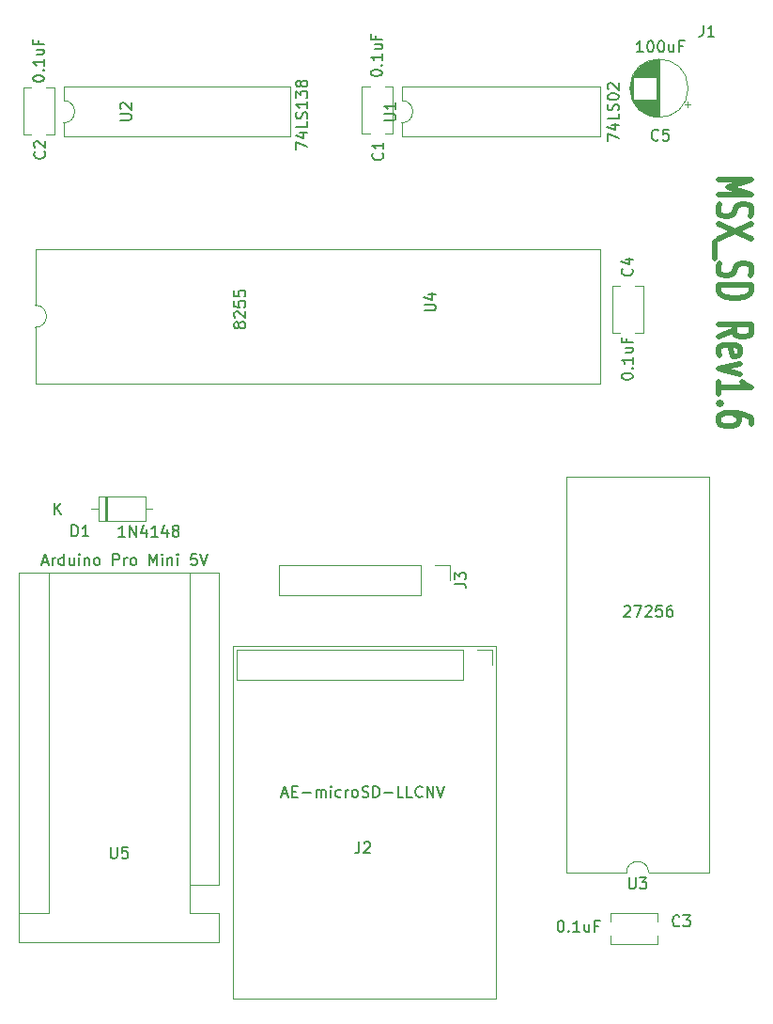
<source format=gto>
G04 #@! TF.GenerationSoftware,KiCad,Pcbnew,(5.1.9)-1*
G04 #@! TF.CreationDate,2023-05-17T23:02:02+09:00*
G04 #@! TF.ProjectId,MSX_SD,4d53585f-5344-42e6-9b69-6361645f7063,rev?*
G04 #@! TF.SameCoordinates,PX53920b0PY93c3260*
G04 #@! TF.FileFunction,Legend,Top*
G04 #@! TF.FilePolarity,Positive*
%FSLAX46Y46*%
G04 Gerber Fmt 4.6, Leading zero omitted, Abs format (unit mm)*
G04 Created by KiCad (PCBNEW (5.1.9)-1) date 2023-05-17 23:02:02*
%MOMM*%
%LPD*%
G01*
G04 APERTURE LIST*
%ADD10C,0.150000*%
%ADD11C,0.500000*%
%ADD12C,0.120000*%
G04 APERTURE END LIST*
D10*
X18050142Y42003720D02*
X17478714Y42003720D01*
X17764428Y42003720D02*
X17764428Y43003720D01*
X17669190Y42860862D01*
X17573952Y42765624D01*
X17478714Y42718005D01*
X18478714Y42003720D02*
X18478714Y43003720D01*
X19050142Y42003720D01*
X19050142Y43003720D01*
X19954904Y42670386D02*
X19954904Y42003720D01*
X19716809Y43051339D02*
X19478714Y42337053D01*
X20097761Y42337053D01*
X21002523Y42003720D02*
X20431095Y42003720D01*
X20716809Y42003720D02*
X20716809Y43003720D01*
X20621571Y42860862D01*
X20526333Y42765624D01*
X20431095Y42718005D01*
X21859666Y42670386D02*
X21859666Y42003720D01*
X21621571Y43051339D02*
X21383476Y42337053D01*
X22002523Y42337053D01*
X22526333Y42575148D02*
X22431095Y42622767D01*
X22383476Y42670386D01*
X22335857Y42765624D01*
X22335857Y42813243D01*
X22383476Y42908481D01*
X22431095Y42956100D01*
X22526333Y43003720D01*
X22716809Y43003720D01*
X22812047Y42956100D01*
X22859666Y42908481D01*
X22907285Y42813243D01*
X22907285Y42765624D01*
X22859666Y42670386D01*
X22812047Y42622767D01*
X22716809Y42575148D01*
X22526333Y42575148D01*
X22431095Y42527529D01*
X22383476Y42479910D01*
X22335857Y42384672D01*
X22335857Y42194196D01*
X22383476Y42098958D01*
X22431095Y42051339D01*
X22526333Y42003720D01*
X22716809Y42003720D01*
X22812047Y42051339D01*
X22859666Y42098958D01*
X22907285Y42194196D01*
X22907285Y42384672D01*
X22859666Y42479910D01*
X22812047Y42527529D01*
X22716809Y42575148D01*
X61555380Y77621143D02*
X61555380Y78287810D01*
X62555380Y77859239D01*
X61888714Y79097334D02*
X62555380Y79097334D01*
X61507761Y78859239D02*
X62222047Y78621143D01*
X62222047Y79240191D01*
X62555380Y80097334D02*
X62555380Y79621143D01*
X61555380Y79621143D01*
X62507761Y80383048D02*
X62555380Y80525905D01*
X62555380Y80764000D01*
X62507761Y80859239D01*
X62460142Y80906858D01*
X62364904Y80954477D01*
X62269666Y80954477D01*
X62174428Y80906858D01*
X62126809Y80859239D01*
X62079190Y80764000D01*
X62031571Y80573524D01*
X61983952Y80478286D01*
X61936333Y80430667D01*
X61841095Y80383048D01*
X61745857Y80383048D01*
X61650619Y80430667D01*
X61603000Y80478286D01*
X61555380Y80573524D01*
X61555380Y80811620D01*
X61603000Y80954477D01*
X61555380Y81573524D02*
X61555380Y81668762D01*
X61603000Y81764000D01*
X61650619Y81811620D01*
X61745857Y81859239D01*
X61936333Y81906858D01*
X62174428Y81906858D01*
X62364904Y81859239D01*
X62460142Y81811620D01*
X62507761Y81764000D01*
X62555380Y81668762D01*
X62555380Y81573524D01*
X62507761Y81478286D01*
X62460142Y81430667D01*
X62364904Y81383048D01*
X62174428Y81335429D01*
X61936333Y81335429D01*
X61745857Y81383048D01*
X61650619Y81430667D01*
X61603000Y81478286D01*
X61555380Y81573524D01*
X61650619Y82287810D02*
X61603000Y82335429D01*
X61555380Y82430667D01*
X61555380Y82668762D01*
X61603000Y82764000D01*
X61650619Y82811620D01*
X61745857Y82859239D01*
X61841095Y82859239D01*
X61983952Y82811620D01*
X62555380Y82240191D01*
X62555380Y82859239D01*
X9765380Y83222143D02*
X9765380Y83317381D01*
X9813000Y83412620D01*
X9860619Y83460239D01*
X9955857Y83507858D01*
X10146333Y83555477D01*
X10384428Y83555477D01*
X10574904Y83507858D01*
X10670142Y83460239D01*
X10717761Y83412620D01*
X10765380Y83317381D01*
X10765380Y83222143D01*
X10717761Y83126905D01*
X10670142Y83079286D01*
X10574904Y83031667D01*
X10384428Y82984048D01*
X10146333Y82984048D01*
X9955857Y83031667D01*
X9860619Y83079286D01*
X9813000Y83126905D01*
X9765380Y83222143D01*
X10670142Y83984048D02*
X10717761Y84031667D01*
X10765380Y83984048D01*
X10717761Y83936429D01*
X10670142Y83984048D01*
X10765380Y83984048D01*
X10765380Y84984048D02*
X10765380Y84412620D01*
X10765380Y84698334D02*
X9765380Y84698334D01*
X9908238Y84603096D01*
X10003476Y84507858D01*
X10051095Y84412620D01*
X10098714Y85841191D02*
X10765380Y85841191D01*
X10098714Y85412620D02*
X10622523Y85412620D01*
X10717761Y85460239D01*
X10765380Y85555477D01*
X10765380Y85698334D01*
X10717761Y85793572D01*
X10670142Y85841191D01*
X10241571Y86650715D02*
X10241571Y86317381D01*
X10765380Y86317381D02*
X9765380Y86317381D01*
X9765380Y86793572D01*
X33488380Y76890953D02*
X33488380Y77557620D01*
X34488380Y77129048D01*
X33821714Y78367143D02*
X34488380Y78367143D01*
X33440761Y78129048D02*
X34155047Y77890953D01*
X34155047Y78510000D01*
X34488380Y79367143D02*
X34488380Y78890953D01*
X33488380Y78890953D01*
X34440761Y79652858D02*
X34488380Y79795715D01*
X34488380Y80033810D01*
X34440761Y80129048D01*
X34393142Y80176667D01*
X34297904Y80224286D01*
X34202666Y80224286D01*
X34107428Y80176667D01*
X34059809Y80129048D01*
X34012190Y80033810D01*
X33964571Y79843334D01*
X33916952Y79748096D01*
X33869333Y79700477D01*
X33774095Y79652858D01*
X33678857Y79652858D01*
X33583619Y79700477D01*
X33536000Y79748096D01*
X33488380Y79843334D01*
X33488380Y80081429D01*
X33536000Y80224286D01*
X34488380Y81176667D02*
X34488380Y80605239D01*
X34488380Y80890953D02*
X33488380Y80890953D01*
X33631238Y80795715D01*
X33726476Y80700477D01*
X33774095Y80605239D01*
X33488380Y81510000D02*
X33488380Y82129048D01*
X33869333Y81795715D01*
X33869333Y81938572D01*
X33916952Y82033810D01*
X33964571Y82081429D01*
X34059809Y82129048D01*
X34297904Y82129048D01*
X34393142Y82081429D01*
X34440761Y82033810D01*
X34488380Y81938572D01*
X34488380Y81652858D01*
X34440761Y81557620D01*
X34393142Y81510000D01*
X33916952Y82700477D02*
X33869333Y82605239D01*
X33821714Y82557620D01*
X33726476Y82510000D01*
X33678857Y82510000D01*
X33583619Y82557620D01*
X33536000Y82605239D01*
X33488380Y82700477D01*
X33488380Y82890953D01*
X33536000Y82986191D01*
X33583619Y83033810D01*
X33678857Y83081429D01*
X33726476Y83081429D01*
X33821714Y83033810D01*
X33869333Y82986191D01*
X33916952Y82890953D01*
X33916952Y82700477D01*
X33964571Y82605239D01*
X34012190Y82557620D01*
X34107428Y82510000D01*
X34297904Y82510000D01*
X34393142Y82557620D01*
X34440761Y82605239D01*
X34488380Y82700477D01*
X34488380Y82890953D01*
X34440761Y82986191D01*
X34393142Y83033810D01*
X34297904Y83081429D01*
X34107428Y83081429D01*
X34012190Y83033810D01*
X33964571Y82986191D01*
X33916952Y82890953D01*
X40219380Y83701143D02*
X40219380Y83796381D01*
X40267000Y83891620D01*
X40314619Y83939239D01*
X40409857Y83986858D01*
X40600333Y84034477D01*
X40838428Y84034477D01*
X41028904Y83986858D01*
X41124142Y83939239D01*
X41171761Y83891620D01*
X41219380Y83796381D01*
X41219380Y83701143D01*
X41171761Y83605905D01*
X41124142Y83558286D01*
X41028904Y83510667D01*
X40838428Y83463048D01*
X40600333Y83463048D01*
X40409857Y83510667D01*
X40314619Y83558286D01*
X40267000Y83605905D01*
X40219380Y83701143D01*
X41124142Y84463048D02*
X41171761Y84510667D01*
X41219380Y84463048D01*
X41171761Y84415429D01*
X41124142Y84463048D01*
X41219380Y84463048D01*
X41219380Y85463048D02*
X41219380Y84891620D01*
X41219380Y85177334D02*
X40219380Y85177334D01*
X40362238Y85082096D01*
X40457476Y84986858D01*
X40505095Y84891620D01*
X40552714Y86320191D02*
X41219380Y86320191D01*
X40552714Y85891620D02*
X41076523Y85891620D01*
X41171761Y85939239D01*
X41219380Y86034477D01*
X41219380Y86177334D01*
X41171761Y86272572D01*
X41124142Y86320191D01*
X40695571Y87129715D02*
X40695571Y86796381D01*
X41219380Y86796381D02*
X40219380Y86796381D01*
X40219380Y87272572D01*
X28328952Y60961191D02*
X28281333Y60865953D01*
X28233714Y60818334D01*
X28138476Y60770715D01*
X28090857Y60770715D01*
X27995619Y60818334D01*
X27948000Y60865953D01*
X27900380Y60961191D01*
X27900380Y61151667D01*
X27948000Y61246905D01*
X27995619Y61294524D01*
X28090857Y61342143D01*
X28138476Y61342143D01*
X28233714Y61294524D01*
X28281333Y61246905D01*
X28328952Y61151667D01*
X28328952Y60961191D01*
X28376571Y60865953D01*
X28424190Y60818334D01*
X28519428Y60770715D01*
X28709904Y60770715D01*
X28805142Y60818334D01*
X28852761Y60865953D01*
X28900380Y60961191D01*
X28900380Y61151667D01*
X28852761Y61246905D01*
X28805142Y61294524D01*
X28709904Y61342143D01*
X28519428Y61342143D01*
X28424190Y61294524D01*
X28376571Y61246905D01*
X28328952Y61151667D01*
X27995619Y61723096D02*
X27948000Y61770715D01*
X27900380Y61865953D01*
X27900380Y62104048D01*
X27948000Y62199286D01*
X27995619Y62246905D01*
X28090857Y62294524D01*
X28186095Y62294524D01*
X28328952Y62246905D01*
X28900380Y61675477D01*
X28900380Y62294524D01*
X27900380Y63199286D02*
X27900380Y62723096D01*
X28376571Y62675477D01*
X28328952Y62723096D01*
X28281333Y62818334D01*
X28281333Y63056429D01*
X28328952Y63151667D01*
X28376571Y63199286D01*
X28471809Y63246905D01*
X28709904Y63246905D01*
X28805142Y63199286D01*
X28852761Y63151667D01*
X28900380Y63056429D01*
X28900380Y62818334D01*
X28852761Y62723096D01*
X28805142Y62675477D01*
X27900380Y64151667D02*
X27900380Y63675477D01*
X28376571Y63627858D01*
X28328952Y63675477D01*
X28281333Y63770715D01*
X28281333Y64008810D01*
X28328952Y64104048D01*
X28376571Y64151667D01*
X28471809Y64199286D01*
X28709904Y64199286D01*
X28805142Y64151667D01*
X28852761Y64104048D01*
X28900380Y64008810D01*
X28900380Y63770715D01*
X28852761Y63675477D01*
X28805142Y63627858D01*
X62825380Y56397143D02*
X62825380Y56492381D01*
X62873000Y56587620D01*
X62920619Y56635239D01*
X63015857Y56682858D01*
X63206333Y56730477D01*
X63444428Y56730477D01*
X63634904Y56682858D01*
X63730142Y56635239D01*
X63777761Y56587620D01*
X63825380Y56492381D01*
X63825380Y56397143D01*
X63777761Y56301905D01*
X63730142Y56254286D01*
X63634904Y56206667D01*
X63444428Y56159048D01*
X63206333Y56159048D01*
X63015857Y56206667D01*
X62920619Y56254286D01*
X62873000Y56301905D01*
X62825380Y56397143D01*
X63730142Y57159048D02*
X63777761Y57206667D01*
X63825380Y57159048D01*
X63777761Y57111429D01*
X63730142Y57159048D01*
X63825380Y57159048D01*
X63825380Y58159048D02*
X63825380Y57587620D01*
X63825380Y57873334D02*
X62825380Y57873334D01*
X62968238Y57778096D01*
X63063476Y57682858D01*
X63111095Y57587620D01*
X63158714Y59016191D02*
X63825380Y59016191D01*
X63158714Y58587620D02*
X63682523Y58587620D01*
X63777761Y58635239D01*
X63825380Y58730477D01*
X63825380Y58873334D01*
X63777761Y58968572D01*
X63730142Y59016191D01*
X63301571Y59825715D02*
X63301571Y59492381D01*
X63825380Y59492381D02*
X62825380Y59492381D01*
X62825380Y59968572D01*
X10595238Y39731834D02*
X11071428Y39731834D01*
X10500000Y39446120D02*
X10833333Y40446120D01*
X11166666Y39446120D01*
X11500000Y39446120D02*
X11500000Y40112786D01*
X11500000Y39922310D02*
X11547619Y40017548D01*
X11595238Y40065167D01*
X11690476Y40112786D01*
X11785714Y40112786D01*
X12547619Y39446120D02*
X12547619Y40446120D01*
X12547619Y39493739D02*
X12452380Y39446120D01*
X12261904Y39446120D01*
X12166666Y39493739D01*
X12119047Y39541358D01*
X12071428Y39636596D01*
X12071428Y39922310D01*
X12119047Y40017548D01*
X12166666Y40065167D01*
X12261904Y40112786D01*
X12452380Y40112786D01*
X12547619Y40065167D01*
X13452380Y40112786D02*
X13452380Y39446120D01*
X13023809Y40112786D02*
X13023809Y39588977D01*
X13071428Y39493739D01*
X13166666Y39446120D01*
X13309523Y39446120D01*
X13404761Y39493739D01*
X13452380Y39541358D01*
X13928571Y39446120D02*
X13928571Y40112786D01*
X13928571Y40446120D02*
X13880952Y40398500D01*
X13928571Y40350881D01*
X13976190Y40398500D01*
X13928571Y40446120D01*
X13928571Y40350881D01*
X14404761Y40112786D02*
X14404761Y39446120D01*
X14404761Y40017548D02*
X14452380Y40065167D01*
X14547619Y40112786D01*
X14690476Y40112786D01*
X14785714Y40065167D01*
X14833333Y39969929D01*
X14833333Y39446120D01*
X15452380Y39446120D02*
X15357142Y39493739D01*
X15309523Y39541358D01*
X15261904Y39636596D01*
X15261904Y39922310D01*
X15309523Y40017548D01*
X15357142Y40065167D01*
X15452380Y40112786D01*
X15595238Y40112786D01*
X15690476Y40065167D01*
X15738095Y40017548D01*
X15785714Y39922310D01*
X15785714Y39636596D01*
X15738095Y39541358D01*
X15690476Y39493739D01*
X15595238Y39446120D01*
X15452380Y39446120D01*
X16976190Y39446120D02*
X16976190Y40446120D01*
X17357142Y40446120D01*
X17452380Y40398500D01*
X17500000Y40350881D01*
X17547619Y40255643D01*
X17547619Y40112786D01*
X17500000Y40017548D01*
X17452380Y39969929D01*
X17357142Y39922310D01*
X16976190Y39922310D01*
X17976190Y39446120D02*
X17976190Y40112786D01*
X17976190Y39922310D02*
X18023809Y40017548D01*
X18071428Y40065167D01*
X18166666Y40112786D01*
X18261904Y40112786D01*
X18738095Y39446120D02*
X18642857Y39493739D01*
X18595238Y39541358D01*
X18547619Y39636596D01*
X18547619Y39922310D01*
X18595238Y40017548D01*
X18642857Y40065167D01*
X18738095Y40112786D01*
X18880952Y40112786D01*
X18976190Y40065167D01*
X19023809Y40017548D01*
X19071428Y39922310D01*
X19071428Y39636596D01*
X19023809Y39541358D01*
X18976190Y39493739D01*
X18880952Y39446120D01*
X18738095Y39446120D01*
X20261904Y39446120D02*
X20261904Y40446120D01*
X20595238Y39731834D01*
X20928571Y40446120D01*
X20928571Y39446120D01*
X21404761Y39446120D02*
X21404761Y40112786D01*
X21404761Y40446120D02*
X21357142Y40398500D01*
X21404761Y40350881D01*
X21452380Y40398500D01*
X21404761Y40446120D01*
X21404761Y40350881D01*
X21880952Y40112786D02*
X21880952Y39446120D01*
X21880952Y40017548D02*
X21928571Y40065167D01*
X22023809Y40112786D01*
X22166666Y40112786D01*
X22261904Y40065167D01*
X22309523Y39969929D01*
X22309523Y39446120D01*
X22785714Y39446120D02*
X22785714Y40112786D01*
X22785714Y40446120D02*
X22738095Y40398500D01*
X22785714Y40350881D01*
X22833333Y40398500D01*
X22785714Y40446120D01*
X22785714Y40350881D01*
X24500000Y40446120D02*
X24023809Y40446120D01*
X23976190Y39969929D01*
X24023809Y40017548D01*
X24119047Y40065167D01*
X24357142Y40065167D01*
X24452380Y40017548D01*
X24500000Y39969929D01*
X24547619Y39874691D01*
X24547619Y39636596D01*
X24500000Y39541358D01*
X24452380Y39493739D01*
X24357142Y39446120D01*
X24119047Y39446120D01*
X24023809Y39493739D01*
X23976190Y39541358D01*
X24833333Y40446120D02*
X25166666Y39446120D01*
X25500000Y40446120D01*
X57285142Y7431020D02*
X57380380Y7431020D01*
X57475619Y7383400D01*
X57523238Y7335781D01*
X57570857Y7240543D01*
X57618476Y7050067D01*
X57618476Y6811972D01*
X57570857Y6621496D01*
X57523238Y6526258D01*
X57475619Y6478639D01*
X57380380Y6431020D01*
X57285142Y6431020D01*
X57189904Y6478639D01*
X57142285Y6526258D01*
X57094666Y6621496D01*
X57047047Y6811972D01*
X57047047Y7050067D01*
X57094666Y7240543D01*
X57142285Y7335781D01*
X57189904Y7383400D01*
X57285142Y7431020D01*
X58047047Y6526258D02*
X58094666Y6478639D01*
X58047047Y6431020D01*
X57999428Y6478639D01*
X58047047Y6526258D01*
X58047047Y6431020D01*
X59047047Y6431020D02*
X58475619Y6431020D01*
X58761333Y6431020D02*
X58761333Y7431020D01*
X58666095Y7288162D01*
X58570857Y7192924D01*
X58475619Y7145305D01*
X59904190Y7097686D02*
X59904190Y6431020D01*
X59475619Y7097686D02*
X59475619Y6573877D01*
X59523238Y6478639D01*
X59618476Y6431020D01*
X59761333Y6431020D01*
X59856571Y6478639D01*
X59904190Y6526258D01*
X60713714Y6954829D02*
X60380380Y6954829D01*
X60380380Y6431020D02*
X60380380Y7431020D01*
X60856571Y7431020D01*
X63062123Y35707581D02*
X63109742Y35755200D01*
X63204980Y35802820D01*
X63443076Y35802820D01*
X63538314Y35755200D01*
X63585933Y35707581D01*
X63633552Y35612343D01*
X63633552Y35517105D01*
X63585933Y35374248D01*
X63014504Y34802820D01*
X63633552Y34802820D01*
X63966885Y35802820D02*
X64633552Y35802820D01*
X64204980Y34802820D01*
X64966885Y35707581D02*
X65014504Y35755200D01*
X65109742Y35802820D01*
X65347838Y35802820D01*
X65443076Y35755200D01*
X65490695Y35707581D01*
X65538314Y35612343D01*
X65538314Y35517105D01*
X65490695Y35374248D01*
X64919266Y34802820D01*
X65538314Y34802820D01*
X66443076Y35802820D02*
X65966885Y35802820D01*
X65919266Y35326629D01*
X65966885Y35374248D01*
X66062123Y35421867D01*
X66300219Y35421867D01*
X66395457Y35374248D01*
X66443076Y35326629D01*
X66490695Y35231391D01*
X66490695Y34993296D01*
X66443076Y34898058D01*
X66395457Y34850439D01*
X66300219Y34802820D01*
X66062123Y34802820D01*
X65966885Y34850439D01*
X65919266Y34898058D01*
X67347838Y35802820D02*
X67157361Y35802820D01*
X67062123Y35755200D01*
X67014504Y35707581D01*
X66919266Y35564724D01*
X66871647Y35374248D01*
X66871647Y34993296D01*
X66919266Y34898058D01*
X66966885Y34850439D01*
X67062123Y34802820D01*
X67252600Y34802820D01*
X67347838Y34850439D01*
X67395457Y34898058D01*
X67443076Y34993296D01*
X67443076Y35231391D01*
X67395457Y35326629D01*
X67347838Y35374248D01*
X67252600Y35421867D01*
X67062123Y35421867D01*
X66966885Y35374248D01*
X66919266Y35326629D01*
X66871647Y35231391D01*
X64760480Y85658620D02*
X64189052Y85658620D01*
X64474766Y85658620D02*
X64474766Y86658620D01*
X64379528Y86515762D01*
X64284290Y86420524D01*
X64189052Y86372905D01*
X65379528Y86658620D02*
X65474766Y86658620D01*
X65570004Y86611000D01*
X65617623Y86563381D01*
X65665242Y86468143D01*
X65712861Y86277667D01*
X65712861Y86039572D01*
X65665242Y85849096D01*
X65617623Y85753858D01*
X65570004Y85706239D01*
X65474766Y85658620D01*
X65379528Y85658620D01*
X65284290Y85706239D01*
X65236671Y85753858D01*
X65189052Y85849096D01*
X65141433Y86039572D01*
X65141433Y86277667D01*
X65189052Y86468143D01*
X65236671Y86563381D01*
X65284290Y86611000D01*
X65379528Y86658620D01*
X66331909Y86658620D02*
X66427147Y86658620D01*
X66522385Y86611000D01*
X66570004Y86563381D01*
X66617623Y86468143D01*
X66665242Y86277667D01*
X66665242Y86039572D01*
X66617623Y85849096D01*
X66570004Y85753858D01*
X66522385Y85706239D01*
X66427147Y85658620D01*
X66331909Y85658620D01*
X66236671Y85706239D01*
X66189052Y85753858D01*
X66141433Y85849096D01*
X66093814Y86039572D01*
X66093814Y86277667D01*
X66141433Y86468143D01*
X66189052Y86563381D01*
X66236671Y86611000D01*
X66331909Y86658620D01*
X67522385Y86325286D02*
X67522385Y85658620D01*
X67093814Y86325286D02*
X67093814Y85801477D01*
X67141433Y85706239D01*
X67236671Y85658620D01*
X67379528Y85658620D01*
X67474766Y85706239D01*
X67522385Y85753858D01*
X68331909Y86182429D02*
X67998576Y86182429D01*
X67998576Y85658620D02*
X67998576Y86658620D01*
X68474766Y86658620D01*
D11*
X71540857Y74166620D02*
X74540857Y74166620D01*
X72398000Y73499953D01*
X74540857Y72833286D01*
X71540857Y72833286D01*
X71683714Y71976143D02*
X71540857Y71690429D01*
X71540857Y71214239D01*
X71683714Y71023762D01*
X71826571Y70928524D01*
X72112285Y70833286D01*
X72398000Y70833286D01*
X72683714Y70928524D01*
X72826571Y71023762D01*
X72969428Y71214239D01*
X73112285Y71595191D01*
X73255142Y71785667D01*
X73398000Y71880905D01*
X73683714Y71976143D01*
X73969428Y71976143D01*
X74255142Y71880905D01*
X74398000Y71785667D01*
X74540857Y71595191D01*
X74540857Y71119000D01*
X74398000Y70833286D01*
X74540857Y70166620D02*
X71540857Y68833286D01*
X74540857Y68833286D02*
X71540857Y70166620D01*
X71255142Y68547572D02*
X71255142Y67023762D01*
X71683714Y66642810D02*
X71540857Y66357096D01*
X71540857Y65880905D01*
X71683714Y65690429D01*
X71826571Y65595191D01*
X72112285Y65499953D01*
X72398000Y65499953D01*
X72683714Y65595191D01*
X72826571Y65690429D01*
X72969428Y65880905D01*
X73112285Y66261858D01*
X73255142Y66452334D01*
X73398000Y66547572D01*
X73683714Y66642810D01*
X73969428Y66642810D01*
X74255142Y66547572D01*
X74398000Y66452334D01*
X74540857Y66261858D01*
X74540857Y65785667D01*
X74398000Y65499953D01*
X71540857Y64642810D02*
X74540857Y64642810D01*
X74540857Y64166620D01*
X74398000Y63880905D01*
X74112285Y63690429D01*
X73826571Y63595191D01*
X73255142Y63499953D01*
X72826571Y63499953D01*
X72255142Y63595191D01*
X71969428Y63690429D01*
X71683714Y63880905D01*
X71540857Y64166620D01*
X71540857Y64642810D01*
X71540857Y59976143D02*
X72969428Y60642810D01*
X71540857Y61119000D02*
X74540857Y61119000D01*
X74540857Y60357096D01*
X74398000Y60166620D01*
X74255142Y60071381D01*
X73969428Y59976143D01*
X73540857Y59976143D01*
X73255142Y60071381D01*
X73112285Y60166620D01*
X72969428Y60357096D01*
X72969428Y61119000D01*
X71683714Y58357096D02*
X71540857Y58547572D01*
X71540857Y58928524D01*
X71683714Y59119000D01*
X71969428Y59214239D01*
X73112285Y59214239D01*
X73398000Y59119000D01*
X73540857Y58928524D01*
X73540857Y58547572D01*
X73398000Y58357096D01*
X73112285Y58261858D01*
X72826571Y58261858D01*
X72540857Y59214239D01*
X73540857Y57595191D02*
X71540857Y57119000D01*
X73540857Y56642810D01*
X71540857Y54833286D02*
X71540857Y55976143D01*
X71540857Y55404715D02*
X74540857Y55404715D01*
X74112285Y55595191D01*
X73826571Y55785667D01*
X73683714Y55976143D01*
X71826571Y53976143D02*
X71683714Y53880905D01*
X71540857Y53976143D01*
X71683714Y54071381D01*
X71826571Y53976143D01*
X71540857Y53976143D01*
X74540857Y52166620D02*
X74540857Y52547572D01*
X74398000Y52738048D01*
X74255142Y52833286D01*
X73826571Y53023762D01*
X73255142Y53119000D01*
X72112285Y53119000D01*
X71826571Y53023762D01*
X71683714Y52928524D01*
X71540857Y52738048D01*
X71540857Y52357096D01*
X71683714Y52166620D01*
X71826571Y52071381D01*
X72112285Y51976143D01*
X72826571Y51976143D01*
X73112285Y52071381D01*
X73255142Y52166620D01*
X73398000Y52357096D01*
X73398000Y52738048D01*
X73255142Y52928524D01*
X73112285Y53023762D01*
X72826571Y53119000D01*
D12*
X62708000Y60385000D02*
X62003000Y60385000D01*
X64743000Y60385000D02*
X64038000Y60385000D01*
X62708000Y64625000D02*
X62003000Y64625000D01*
X64743000Y64625000D02*
X64038000Y64625000D01*
X62003000Y64625000D02*
X62003000Y60385000D01*
X64743000Y64625000D02*
X64743000Y60385000D01*
X9973000Y67910000D02*
X9973000Y62850000D01*
X60893000Y67910000D02*
X9973000Y67910000D01*
X60893000Y55790000D02*
X60893000Y67910000D01*
X9973000Y55790000D02*
X60893000Y55790000D01*
X9973000Y60850000D02*
X9973000Y55790000D01*
X9973000Y62850000D02*
G75*
G02*
X9973000Y60850000I0J-1000000D01*
G01*
X61842000Y8092000D02*
X66082000Y8092000D01*
X61842000Y5352000D02*
X66082000Y5352000D01*
X61842000Y8092000D02*
X61842000Y7387000D01*
X61842000Y6057000D02*
X61842000Y5352000D01*
X66082000Y8092000D02*
X66082000Y7387000D01*
X66082000Y6057000D02*
X66082000Y5352000D01*
X68808000Y82381000D02*
G75*
G03*
X68808000Y82381000I-2620000J0D01*
G01*
X66188000Y79801000D02*
X66188000Y84961000D01*
X66148000Y79801000D02*
X66148000Y84961000D01*
X66108000Y79802000D02*
X66108000Y84960000D01*
X66068000Y79803000D02*
X66068000Y84959000D01*
X66028000Y79805000D02*
X66028000Y84957000D01*
X65988000Y79808000D02*
X65988000Y84954000D01*
X65948000Y79812000D02*
X65948000Y81341000D01*
X65948000Y83421000D02*
X65948000Y84950000D01*
X65908000Y79816000D02*
X65908000Y81341000D01*
X65908000Y83421000D02*
X65908000Y84946000D01*
X65868000Y79820000D02*
X65868000Y81341000D01*
X65868000Y83421000D02*
X65868000Y84942000D01*
X65828000Y79825000D02*
X65828000Y81341000D01*
X65828000Y83421000D02*
X65828000Y84937000D01*
X65788000Y79831000D02*
X65788000Y81341000D01*
X65788000Y83421000D02*
X65788000Y84931000D01*
X65748000Y79838000D02*
X65748000Y81341000D01*
X65748000Y83421000D02*
X65748000Y84924000D01*
X65708000Y79845000D02*
X65708000Y81341000D01*
X65708000Y83421000D02*
X65708000Y84917000D01*
X65668000Y79853000D02*
X65668000Y81341000D01*
X65668000Y83421000D02*
X65668000Y84909000D01*
X65628000Y79861000D02*
X65628000Y81341000D01*
X65628000Y83421000D02*
X65628000Y84901000D01*
X65588000Y79870000D02*
X65588000Y81341000D01*
X65588000Y83421000D02*
X65588000Y84892000D01*
X65548000Y79880000D02*
X65548000Y81341000D01*
X65548000Y83421000D02*
X65548000Y84882000D01*
X65508000Y79890000D02*
X65508000Y81341000D01*
X65508000Y83421000D02*
X65508000Y84872000D01*
X65467000Y79901000D02*
X65467000Y81341000D01*
X65467000Y83421000D02*
X65467000Y84861000D01*
X65427000Y79913000D02*
X65427000Y81341000D01*
X65427000Y83421000D02*
X65427000Y84849000D01*
X65387000Y79926000D02*
X65387000Y81341000D01*
X65387000Y83421000D02*
X65387000Y84836000D01*
X65347000Y79939000D02*
X65347000Y81341000D01*
X65347000Y83421000D02*
X65347000Y84823000D01*
X65307000Y79953000D02*
X65307000Y81341000D01*
X65307000Y83421000D02*
X65307000Y84809000D01*
X65267000Y79967000D02*
X65267000Y81341000D01*
X65267000Y83421000D02*
X65267000Y84795000D01*
X65227000Y79983000D02*
X65227000Y81341000D01*
X65227000Y83421000D02*
X65227000Y84779000D01*
X65187000Y79999000D02*
X65187000Y81341000D01*
X65187000Y83421000D02*
X65187000Y84763000D01*
X65147000Y80016000D02*
X65147000Y81341000D01*
X65147000Y83421000D02*
X65147000Y84746000D01*
X65107000Y80033000D02*
X65107000Y81341000D01*
X65107000Y83421000D02*
X65107000Y84729000D01*
X65067000Y80052000D02*
X65067000Y81341000D01*
X65067000Y83421000D02*
X65067000Y84710000D01*
X65027000Y80071000D02*
X65027000Y81341000D01*
X65027000Y83421000D02*
X65027000Y84691000D01*
X64987000Y80091000D02*
X64987000Y81341000D01*
X64987000Y83421000D02*
X64987000Y84671000D01*
X64947000Y80113000D02*
X64947000Y81341000D01*
X64947000Y83421000D02*
X64947000Y84649000D01*
X64907000Y80134000D02*
X64907000Y81341000D01*
X64907000Y83421000D02*
X64907000Y84628000D01*
X64867000Y80157000D02*
X64867000Y81341000D01*
X64867000Y83421000D02*
X64867000Y84605000D01*
X64827000Y80181000D02*
X64827000Y81341000D01*
X64827000Y83421000D02*
X64827000Y84581000D01*
X64787000Y80206000D02*
X64787000Y81341000D01*
X64787000Y83421000D02*
X64787000Y84556000D01*
X64747000Y80232000D02*
X64747000Y81341000D01*
X64747000Y83421000D02*
X64747000Y84530000D01*
X64707000Y80259000D02*
X64707000Y81341000D01*
X64707000Y83421000D02*
X64707000Y84503000D01*
X64667000Y80286000D02*
X64667000Y81341000D01*
X64667000Y83421000D02*
X64667000Y84476000D01*
X64627000Y80316000D02*
X64627000Y81341000D01*
X64627000Y83421000D02*
X64627000Y84446000D01*
X64587000Y80346000D02*
X64587000Y81341000D01*
X64587000Y83421000D02*
X64587000Y84416000D01*
X64547000Y80377000D02*
X64547000Y81341000D01*
X64547000Y83421000D02*
X64547000Y84385000D01*
X64507000Y80410000D02*
X64507000Y81341000D01*
X64507000Y83421000D02*
X64507000Y84352000D01*
X64467000Y80444000D02*
X64467000Y81341000D01*
X64467000Y83421000D02*
X64467000Y84318000D01*
X64427000Y80480000D02*
X64427000Y81341000D01*
X64427000Y83421000D02*
X64427000Y84282000D01*
X64387000Y80517000D02*
X64387000Y81341000D01*
X64387000Y83421000D02*
X64387000Y84245000D01*
X64347000Y80555000D02*
X64347000Y81341000D01*
X64347000Y83421000D02*
X64347000Y84207000D01*
X64307000Y80596000D02*
X64307000Y81341000D01*
X64307000Y83421000D02*
X64307000Y84166000D01*
X64267000Y80638000D02*
X64267000Y81341000D01*
X64267000Y83421000D02*
X64267000Y84124000D01*
X64227000Y80682000D02*
X64227000Y81341000D01*
X64227000Y83421000D02*
X64227000Y84080000D01*
X64187000Y80728000D02*
X64187000Y81341000D01*
X64187000Y83421000D02*
X64187000Y84034000D01*
X64147000Y80776000D02*
X64147000Y81341000D01*
X64147000Y83421000D02*
X64147000Y83986000D01*
X64107000Y80827000D02*
X64107000Y81341000D01*
X64107000Y83421000D02*
X64107000Y83935000D01*
X64067000Y80881000D02*
X64067000Y81341000D01*
X64067000Y83421000D02*
X64067000Y83881000D01*
X64027000Y80938000D02*
X64027000Y81341000D01*
X64027000Y83421000D02*
X64027000Y83824000D01*
X63987000Y80998000D02*
X63987000Y81341000D01*
X63987000Y83421000D02*
X63987000Y83764000D01*
X63947000Y81062000D02*
X63947000Y81341000D01*
X63947000Y83421000D02*
X63947000Y83700000D01*
X63907000Y81130000D02*
X63907000Y81341000D01*
X63907000Y83421000D02*
X63907000Y83632000D01*
X63867000Y81203000D02*
X63867000Y83559000D01*
X63827000Y81283000D02*
X63827000Y83479000D01*
X63787000Y81370000D02*
X63787000Y83392000D01*
X63747000Y81466000D02*
X63747000Y83296000D01*
X63707000Y81576000D02*
X63707000Y83186000D01*
X63667000Y81704000D02*
X63667000Y83058000D01*
X63627000Y81863000D02*
X63627000Y82899000D01*
X63587000Y82097000D02*
X63587000Y82665000D01*
X68992775Y80906000D02*
X68492775Y80906000D01*
X68742775Y80656000D02*
X68742775Y81156000D01*
X39423000Y78274000D02*
X39423000Y82514000D01*
X42163000Y78274000D02*
X42163000Y82514000D01*
X39423000Y78274000D02*
X40128000Y78274000D01*
X41458000Y78274000D02*
X42163000Y78274000D01*
X39423000Y82514000D02*
X40128000Y82514000D01*
X41458000Y82514000D02*
X42163000Y82514000D01*
X51490000Y32180000D02*
X27790000Y32180000D01*
X51490000Y380000D02*
X51490000Y32180000D01*
X27790000Y380000D02*
X51490000Y380000D01*
X27790000Y32180000D02*
X27790000Y380000D01*
X51140000Y31810000D02*
X51140000Y30480000D01*
X49810000Y31810000D02*
X51140000Y31810000D01*
X48540000Y31810000D02*
X48540000Y29150000D01*
X48540000Y29150000D02*
X28160000Y29150000D01*
X48540000Y31810000D02*
X28160000Y31810000D01*
X28160000Y31810000D02*
X28160000Y29150000D01*
X8509000Y5481000D02*
X26543000Y5481000D01*
X8509000Y38755000D02*
X8509000Y5481000D01*
X23876000Y10688000D02*
X23876000Y38755000D01*
X23876000Y10688000D02*
X26543000Y10688000D01*
X26543000Y38755000D02*
X8506000Y38755000D01*
X11176000Y8148000D02*
X11176000Y38755000D01*
X11176000Y8148000D02*
X8506000Y8148000D01*
X26543000Y5481000D02*
X26543000Y8148000D01*
X26543000Y10688000D02*
X26543000Y38755000D01*
X23876000Y8148000D02*
X26543000Y8148000D01*
X23876000Y10688000D02*
X23876000Y8148000D01*
X47330000Y39430000D02*
X47330000Y38100000D01*
X46000000Y39430000D02*
X47330000Y39430000D01*
X44730000Y39430000D02*
X44730000Y36770000D01*
X44730000Y36770000D02*
X31970000Y36770000D01*
X44730000Y39430000D02*
X31970000Y39430000D01*
X31970000Y39430000D02*
X31970000Y36770000D01*
X57802000Y11751000D02*
X63262000Y11751000D01*
X57802000Y47431000D02*
X57802000Y11751000D01*
X70722000Y47431000D02*
X57802000Y47431000D01*
X70722000Y11751000D02*
X70722000Y47431000D01*
X65262000Y11751000D02*
X70722000Y11751000D01*
X63262000Y11751000D02*
G75*
G02*
X65262000Y11751000I1000000J0D01*
G01*
X10952000Y82491000D02*
X11657000Y82491000D01*
X8917000Y82491000D02*
X9622000Y82491000D01*
X10952000Y78251000D02*
X11657000Y78251000D01*
X8917000Y78251000D02*
X9622000Y78251000D01*
X11657000Y78251000D02*
X11657000Y82491000D01*
X8917000Y78251000D02*
X8917000Y82491000D01*
X12513000Y79264000D02*
X12513000Y78014000D01*
X12513000Y78014000D02*
X32953000Y78014000D01*
X32953000Y78014000D02*
X32953000Y82514000D01*
X32953000Y82514000D02*
X12513000Y82514000D01*
X12513000Y82514000D02*
X12513000Y81264000D01*
X12513000Y81264000D02*
G75*
G02*
X12513000Y79264000I0J-1000000D01*
G01*
X42993000Y79264000D02*
X42993000Y78014000D01*
X42993000Y78014000D02*
X60893000Y78014000D01*
X60893000Y78014000D02*
X60893000Y82514000D01*
X60893000Y82514000D02*
X42993000Y82514000D01*
X42993000Y82514000D02*
X42993000Y81264000D01*
X42993000Y81264000D02*
G75*
G02*
X42993000Y79264000I0J-1000000D01*
G01*
X16235000Y45621000D02*
X16235000Y43381000D01*
X16475000Y45621000D02*
X16475000Y43381000D01*
X16355000Y45621000D02*
X16355000Y43381000D01*
X20525000Y44501000D02*
X19875000Y44501000D01*
X14985000Y44501000D02*
X15635000Y44501000D01*
X19875000Y45621000D02*
X15635000Y45621000D01*
X19875000Y43381000D02*
X19875000Y45621000D01*
X15635000Y43381000D02*
X19875000Y43381000D01*
X15635000Y45621000D02*
X15635000Y43381000D01*
D10*
X63730142Y66128334D02*
X63777761Y66080715D01*
X63825380Y65937858D01*
X63825380Y65842620D01*
X63777761Y65699762D01*
X63682523Y65604524D01*
X63587285Y65556905D01*
X63396809Y65509286D01*
X63253952Y65509286D01*
X63063476Y65556905D01*
X62968238Y65604524D01*
X62873000Y65699762D01*
X62825380Y65842620D01*
X62825380Y65937858D01*
X62873000Y66080715D01*
X62920619Y66128334D01*
X63158714Y66985477D02*
X63825380Y66985477D01*
X62777761Y66747381D02*
X63492047Y66509286D01*
X63492047Y67128334D01*
X45045380Y62358096D02*
X45854904Y62358096D01*
X45950142Y62405715D01*
X45997761Y62453334D01*
X46045380Y62548572D01*
X46045380Y62739048D01*
X45997761Y62834286D01*
X45950142Y62881905D01*
X45854904Y62929524D01*
X45045380Y62929524D01*
X45378714Y63834286D02*
X46045380Y63834286D01*
X44997761Y63596191D02*
X45712047Y63358096D01*
X45712047Y63977143D01*
X68035333Y6999858D02*
X67987714Y6952239D01*
X67844857Y6904620D01*
X67749619Y6904620D01*
X67606761Y6952239D01*
X67511523Y7047477D01*
X67463904Y7142715D01*
X67416285Y7333191D01*
X67416285Y7476048D01*
X67463904Y7666524D01*
X67511523Y7761762D01*
X67606761Y7857000D01*
X67749619Y7904620D01*
X67844857Y7904620D01*
X67987714Y7857000D01*
X68035333Y7809381D01*
X68368666Y7904620D02*
X68987714Y7904620D01*
X68654380Y7523667D01*
X68797238Y7523667D01*
X68892476Y7476048D01*
X68940095Y7428429D01*
X68987714Y7333191D01*
X68987714Y7095096D01*
X68940095Y6999858D01*
X68892476Y6952239D01*
X68797238Y6904620D01*
X68511523Y6904620D01*
X68416285Y6952239D01*
X68368666Y6999858D01*
X66141333Y77753858D02*
X66093714Y77706239D01*
X65950857Y77658620D01*
X65855619Y77658620D01*
X65712761Y77706239D01*
X65617523Y77801477D01*
X65569904Y77896715D01*
X65522285Y78087191D01*
X65522285Y78230048D01*
X65569904Y78420524D01*
X65617523Y78515762D01*
X65712761Y78611000D01*
X65855619Y78658620D01*
X65950857Y78658620D01*
X66093714Y78611000D01*
X66141333Y78563381D01*
X67046095Y78658620D02*
X66569904Y78658620D01*
X66522285Y78182429D01*
X66569904Y78230048D01*
X66665142Y78277667D01*
X66903238Y78277667D01*
X66998476Y78230048D01*
X67046095Y78182429D01*
X67093714Y78087191D01*
X67093714Y77849096D01*
X67046095Y77753858D01*
X66998476Y77706239D01*
X66903238Y77658620D01*
X66665142Y77658620D01*
X66569904Y77706239D01*
X66522285Y77753858D01*
X41251142Y76541334D02*
X41298761Y76493715D01*
X41346380Y76350858D01*
X41346380Y76255620D01*
X41298761Y76112762D01*
X41203523Y76017524D01*
X41108285Y75969905D01*
X40917809Y75922286D01*
X40774952Y75922286D01*
X40584476Y75969905D01*
X40489238Y76017524D01*
X40394000Y76112762D01*
X40346380Y76255620D01*
X40346380Y76350858D01*
X40394000Y76493715D01*
X40441619Y76541334D01*
X41346380Y77493715D02*
X41346380Y76922286D01*
X41346380Y77208000D02*
X40346380Y77208000D01*
X40489238Y77112762D01*
X40584476Y77017524D01*
X40632095Y76922286D01*
X39166666Y14517620D02*
X39166666Y13803334D01*
X39119047Y13660477D01*
X39023809Y13565239D01*
X38880952Y13517620D01*
X38785714Y13517620D01*
X39595238Y14422381D02*
X39642857Y14470000D01*
X39738095Y14517620D01*
X39976190Y14517620D01*
X40071428Y14470000D01*
X40119047Y14422381D01*
X40166666Y14327143D01*
X40166666Y14231905D01*
X40119047Y14089048D01*
X39547619Y13517620D01*
X40166666Y13517620D01*
X32238095Y18833334D02*
X32714285Y18833334D01*
X32142857Y18547620D02*
X32476190Y19547620D01*
X32809523Y18547620D01*
X33142857Y19071429D02*
X33476190Y19071429D01*
X33619047Y18547620D02*
X33142857Y18547620D01*
X33142857Y19547620D01*
X33619047Y19547620D01*
X34047619Y18928572D02*
X34809523Y18928572D01*
X35285714Y18547620D02*
X35285714Y19214286D01*
X35285714Y19119048D02*
X35333333Y19166667D01*
X35428571Y19214286D01*
X35571428Y19214286D01*
X35666666Y19166667D01*
X35714285Y19071429D01*
X35714285Y18547620D01*
X35714285Y19071429D02*
X35761904Y19166667D01*
X35857142Y19214286D01*
X36000000Y19214286D01*
X36095238Y19166667D01*
X36142857Y19071429D01*
X36142857Y18547620D01*
X36619047Y18547620D02*
X36619047Y19214286D01*
X36619047Y19547620D02*
X36571428Y19500000D01*
X36619047Y19452381D01*
X36666666Y19500000D01*
X36619047Y19547620D01*
X36619047Y19452381D01*
X37523809Y18595239D02*
X37428571Y18547620D01*
X37238095Y18547620D01*
X37142857Y18595239D01*
X37095238Y18642858D01*
X37047619Y18738096D01*
X37047619Y19023810D01*
X37095238Y19119048D01*
X37142857Y19166667D01*
X37238095Y19214286D01*
X37428571Y19214286D01*
X37523809Y19166667D01*
X37952380Y18547620D02*
X37952380Y19214286D01*
X37952380Y19023810D02*
X38000000Y19119048D01*
X38047619Y19166667D01*
X38142857Y19214286D01*
X38238095Y19214286D01*
X38714285Y18547620D02*
X38619047Y18595239D01*
X38571428Y18642858D01*
X38523809Y18738096D01*
X38523809Y19023810D01*
X38571428Y19119048D01*
X38619047Y19166667D01*
X38714285Y19214286D01*
X38857142Y19214286D01*
X38952380Y19166667D01*
X39000000Y19119048D01*
X39047619Y19023810D01*
X39047619Y18738096D01*
X39000000Y18642858D01*
X38952380Y18595239D01*
X38857142Y18547620D01*
X38714285Y18547620D01*
X39428571Y18595239D02*
X39571428Y18547620D01*
X39809523Y18547620D01*
X39904761Y18595239D01*
X39952380Y18642858D01*
X40000000Y18738096D01*
X40000000Y18833334D01*
X39952380Y18928572D01*
X39904761Y18976191D01*
X39809523Y19023810D01*
X39619047Y19071429D01*
X39523809Y19119048D01*
X39476190Y19166667D01*
X39428571Y19261905D01*
X39428571Y19357143D01*
X39476190Y19452381D01*
X39523809Y19500000D01*
X39619047Y19547620D01*
X39857142Y19547620D01*
X40000000Y19500000D01*
X40428571Y18547620D02*
X40428571Y19547620D01*
X40666666Y19547620D01*
X40809523Y19500000D01*
X40904761Y19404762D01*
X40952380Y19309524D01*
X41000000Y19119048D01*
X41000000Y18976191D01*
X40952380Y18785715D01*
X40904761Y18690477D01*
X40809523Y18595239D01*
X40666666Y18547620D01*
X40428571Y18547620D01*
X41428571Y18928572D02*
X42190476Y18928572D01*
X43142857Y18547620D02*
X42666666Y18547620D01*
X42666666Y19547620D01*
X43952380Y18547620D02*
X43476190Y18547620D01*
X43476190Y19547620D01*
X44857142Y18642858D02*
X44809523Y18595239D01*
X44666666Y18547620D01*
X44571428Y18547620D01*
X44428571Y18595239D01*
X44333333Y18690477D01*
X44285714Y18785715D01*
X44238095Y18976191D01*
X44238095Y19119048D01*
X44285714Y19309524D01*
X44333333Y19404762D01*
X44428571Y19500000D01*
X44571428Y19547620D01*
X44666666Y19547620D01*
X44809523Y19500000D01*
X44857142Y19452381D01*
X45285714Y18547620D02*
X45285714Y19547620D01*
X45857142Y18547620D01*
X45857142Y19547620D01*
X46190476Y19547620D02*
X46523809Y18547620D01*
X46857142Y19547620D01*
X16764095Y14047120D02*
X16764095Y13237596D01*
X16811714Y13142358D01*
X16859333Y13094739D01*
X16954571Y13047120D01*
X17145047Y13047120D01*
X17240285Y13094739D01*
X17287904Y13142358D01*
X17335523Y13237596D01*
X17335523Y14047120D01*
X18287904Y14047120D02*
X17811714Y14047120D01*
X17764095Y13570929D01*
X17811714Y13618548D01*
X17906952Y13666167D01*
X18145047Y13666167D01*
X18240285Y13618548D01*
X18287904Y13570929D01*
X18335523Y13475691D01*
X18335523Y13237596D01*
X18287904Y13142358D01*
X18240285Y13094739D01*
X18145047Y13047120D01*
X17906952Y13047120D01*
X17811714Y13094739D01*
X17764095Y13142358D01*
X47782380Y37766667D02*
X48496666Y37766667D01*
X48639523Y37719048D01*
X48734761Y37623810D01*
X48782380Y37480953D01*
X48782380Y37385715D01*
X47782380Y38147620D02*
X47782380Y38766667D01*
X48163333Y38433334D01*
X48163333Y38576191D01*
X48210952Y38671429D01*
X48258571Y38719048D01*
X48353809Y38766667D01*
X48591904Y38766667D01*
X48687142Y38719048D01*
X48734761Y38671429D01*
X48782380Y38576191D01*
X48782380Y38290477D01*
X48734761Y38195239D01*
X48687142Y38147620D01*
X63500095Y11298620D02*
X63500095Y10489096D01*
X63547714Y10393858D01*
X63595333Y10346239D01*
X63690571Y10298620D01*
X63881047Y10298620D01*
X63976285Y10346239D01*
X64023904Y10393858D01*
X64071523Y10489096D01*
X64071523Y11298620D01*
X64452476Y11298620D02*
X65071523Y11298620D01*
X64738190Y10917667D01*
X64881047Y10917667D01*
X64976285Y10870048D01*
X65023904Y10822429D01*
X65071523Y10727191D01*
X65071523Y10489096D01*
X65023904Y10393858D01*
X64976285Y10346239D01*
X64881047Y10298620D01*
X64595333Y10298620D01*
X64500095Y10346239D01*
X64452476Y10393858D01*
X10771142Y76668334D02*
X10818761Y76620715D01*
X10866380Y76477858D01*
X10866380Y76382620D01*
X10818761Y76239762D01*
X10723523Y76144524D01*
X10628285Y76096905D01*
X10437809Y76049286D01*
X10294952Y76049286D01*
X10104476Y76096905D01*
X10009238Y76144524D01*
X9914000Y76239762D01*
X9866380Y76382620D01*
X9866380Y76477858D01*
X9914000Y76620715D01*
X9961619Y76668334D01*
X9961619Y77049286D02*
X9914000Y77096905D01*
X9866380Y77192143D01*
X9866380Y77430239D01*
X9914000Y77525477D01*
X9961619Y77573096D01*
X10056857Y77620715D01*
X10152095Y77620715D01*
X10294952Y77573096D01*
X10866380Y77001667D01*
X10866380Y77620715D01*
X70166666Y88047620D02*
X70166666Y87333334D01*
X70119047Y87190477D01*
X70023809Y87095239D01*
X69880952Y87047620D01*
X69785714Y87047620D01*
X71166666Y87047620D02*
X70595238Y87047620D01*
X70880952Y87047620D02*
X70880952Y88047620D01*
X70785714Y87904762D01*
X70690476Y87809524D01*
X70595238Y87761905D01*
X17613380Y79502096D02*
X18422904Y79502096D01*
X18518142Y79549715D01*
X18565761Y79597334D01*
X18613380Y79692572D01*
X18613380Y79883048D01*
X18565761Y79978286D01*
X18518142Y80025905D01*
X18422904Y80073524D01*
X17613380Y80073524D01*
X17708619Y80502096D02*
X17661000Y80549715D01*
X17613380Y80644953D01*
X17613380Y80883048D01*
X17661000Y80978286D01*
X17708619Y81025905D01*
X17803857Y81073524D01*
X17899095Y81073524D01*
X18041952Y81025905D01*
X18613380Y80454477D01*
X18613380Y81073524D01*
X41445380Y79502096D02*
X42254904Y79502096D01*
X42350142Y79549715D01*
X42397761Y79597334D01*
X42445380Y79692572D01*
X42445380Y79883048D01*
X42397761Y79978286D01*
X42350142Y80025905D01*
X42254904Y80073524D01*
X41445380Y80073524D01*
X42445380Y81073524D02*
X42445380Y80502096D01*
X42445380Y80787810D02*
X41445380Y80787810D01*
X41588238Y80692572D01*
X41683476Y80597334D01*
X41731095Y80502096D01*
X13261904Y42047620D02*
X13261904Y43047620D01*
X13500000Y43047620D01*
X13642857Y43000000D01*
X13738095Y42904762D01*
X13785714Y42809524D01*
X13833333Y42619048D01*
X13833333Y42476191D01*
X13785714Y42285715D01*
X13738095Y42190477D01*
X13642857Y42095239D01*
X13500000Y42047620D01*
X13261904Y42047620D01*
X14785714Y42047620D02*
X14214285Y42047620D01*
X14500000Y42047620D02*
X14500000Y43047620D01*
X14404761Y42904762D01*
X14309523Y42809524D01*
X14214285Y42761905D01*
X11738095Y44047620D02*
X11738095Y45047620D01*
X12309523Y44047620D02*
X11880952Y44619048D01*
X12309523Y45047620D02*
X11738095Y44476191D01*
M02*

</source>
